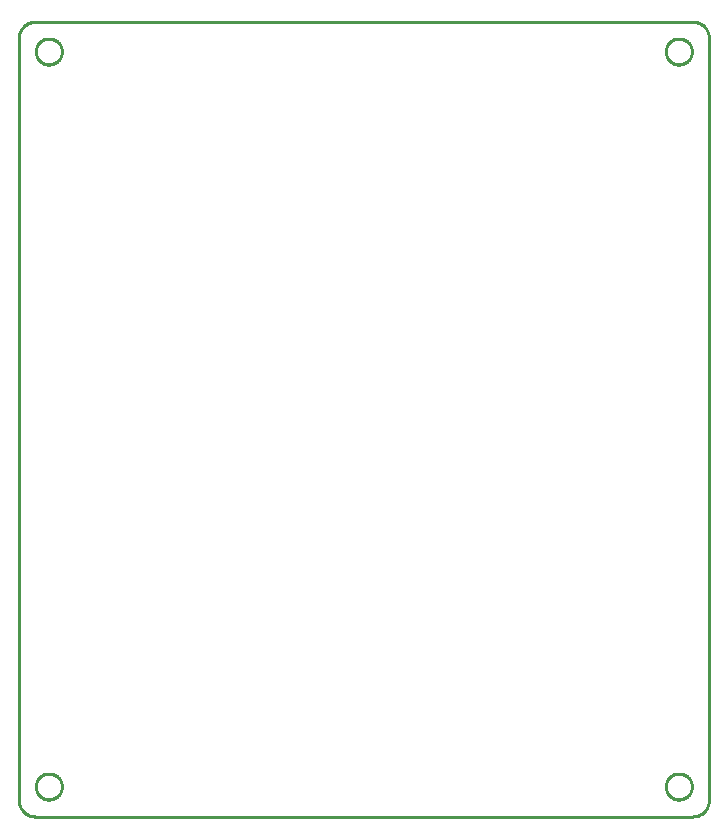
<source format=gbr>
G04 EAGLE Gerber RS-274X export*
G75*
%MOMM*%
%FSLAX34Y34*%
%LPD*%
%IN*%
%IPPOS*%
%AMOC8*
5,1,8,0,0,1.08239X$1,22.5*%
G01*
%ADD10C,0.254000*%


D10*
X0Y39370D02*
X53Y38152D01*
X212Y36944D01*
X476Y35754D01*
X843Y34592D01*
X1309Y33466D01*
X1872Y32385D01*
X2526Y31357D01*
X3268Y30390D01*
X4092Y29492D01*
X4990Y28668D01*
X5957Y27926D01*
X6985Y27272D01*
X8066Y26709D01*
X9192Y26243D01*
X10354Y25876D01*
X11544Y25612D01*
X12752Y25453D01*
X13970Y25400D01*
X570230Y25400D01*
X571448Y25453D01*
X572656Y25612D01*
X573846Y25876D01*
X575008Y26243D01*
X576134Y26709D01*
X577215Y27272D01*
X578243Y27926D01*
X579210Y28668D01*
X580108Y29492D01*
X580932Y30390D01*
X581674Y31357D01*
X582328Y32385D01*
X582891Y33466D01*
X583358Y34592D01*
X583724Y35754D01*
X583988Y36944D01*
X584147Y38152D01*
X584200Y39370D01*
X584200Y684530D01*
X584147Y685748D01*
X583988Y686956D01*
X583724Y688146D01*
X583358Y689308D01*
X582891Y690434D01*
X582328Y691515D01*
X581674Y692543D01*
X580932Y693510D01*
X580108Y694408D01*
X579210Y695232D01*
X578243Y695974D01*
X577215Y696628D01*
X576134Y697191D01*
X575008Y697658D01*
X573846Y698024D01*
X572656Y698288D01*
X571448Y698447D01*
X570230Y698500D01*
X13970Y698500D01*
X12752Y698447D01*
X11544Y698288D01*
X10354Y698024D01*
X9192Y697658D01*
X8066Y697191D01*
X6985Y696628D01*
X5957Y695974D01*
X4990Y695232D01*
X4092Y694408D01*
X3268Y693510D01*
X2526Y692543D01*
X1872Y691515D01*
X1309Y690434D01*
X843Y689308D01*
X476Y688146D01*
X212Y686956D01*
X53Y685748D01*
X0Y684530D01*
X0Y39370D01*
X36400Y50368D02*
X36332Y49506D01*
X36197Y48652D01*
X35995Y47812D01*
X35728Y46990D01*
X35397Y46191D01*
X35005Y45421D01*
X34553Y44684D01*
X34045Y43985D01*
X33484Y43327D01*
X32873Y42716D01*
X32215Y42155D01*
X31516Y41647D01*
X30779Y41195D01*
X30009Y40803D01*
X29210Y40472D01*
X28388Y40205D01*
X27548Y40003D01*
X26694Y39868D01*
X25832Y39800D01*
X24968Y39800D01*
X24106Y39868D01*
X23252Y40003D01*
X22412Y40205D01*
X21590Y40472D01*
X20791Y40803D01*
X20021Y41195D01*
X19284Y41647D01*
X18585Y42155D01*
X17927Y42716D01*
X17316Y43327D01*
X16755Y43985D01*
X16247Y44684D01*
X15795Y45421D01*
X15403Y46191D01*
X15072Y46990D01*
X14805Y47812D01*
X14603Y48652D01*
X14468Y49506D01*
X14400Y50368D01*
X14400Y51232D01*
X14468Y52094D01*
X14603Y52948D01*
X14805Y53788D01*
X15072Y54610D01*
X15403Y55409D01*
X15795Y56179D01*
X16247Y56916D01*
X16755Y57615D01*
X17316Y58273D01*
X17927Y58884D01*
X18585Y59445D01*
X19284Y59953D01*
X20021Y60405D01*
X20791Y60797D01*
X21590Y61128D01*
X22412Y61395D01*
X23252Y61597D01*
X24106Y61732D01*
X24968Y61800D01*
X25832Y61800D01*
X26694Y61732D01*
X27548Y61597D01*
X28388Y61395D01*
X29210Y61128D01*
X30009Y60797D01*
X30779Y60405D01*
X31516Y59953D01*
X32215Y59445D01*
X32873Y58884D01*
X33484Y58273D01*
X34045Y57615D01*
X34553Y56916D01*
X35005Y56179D01*
X35397Y55409D01*
X35728Y54610D01*
X35995Y53788D01*
X36197Y52948D01*
X36332Y52094D01*
X36400Y51232D01*
X36400Y50368D01*
X569800Y50368D02*
X569732Y49506D01*
X569597Y48652D01*
X569395Y47812D01*
X569128Y46990D01*
X568797Y46191D01*
X568405Y45421D01*
X567953Y44684D01*
X567445Y43985D01*
X566884Y43327D01*
X566273Y42716D01*
X565615Y42155D01*
X564916Y41647D01*
X564179Y41195D01*
X563409Y40803D01*
X562610Y40472D01*
X561788Y40205D01*
X560948Y40003D01*
X560094Y39868D01*
X559232Y39800D01*
X558368Y39800D01*
X557506Y39868D01*
X556652Y40003D01*
X555812Y40205D01*
X554990Y40472D01*
X554191Y40803D01*
X553421Y41195D01*
X552684Y41647D01*
X551985Y42155D01*
X551327Y42716D01*
X550716Y43327D01*
X550155Y43985D01*
X549647Y44684D01*
X549195Y45421D01*
X548803Y46191D01*
X548472Y46990D01*
X548205Y47812D01*
X548003Y48652D01*
X547868Y49506D01*
X547800Y50368D01*
X547800Y51232D01*
X547868Y52094D01*
X548003Y52948D01*
X548205Y53788D01*
X548472Y54610D01*
X548803Y55409D01*
X549195Y56179D01*
X549647Y56916D01*
X550155Y57615D01*
X550716Y58273D01*
X551327Y58884D01*
X551985Y59445D01*
X552684Y59953D01*
X553421Y60405D01*
X554191Y60797D01*
X554990Y61128D01*
X555812Y61395D01*
X556652Y61597D01*
X557506Y61732D01*
X558368Y61800D01*
X559232Y61800D01*
X560094Y61732D01*
X560948Y61597D01*
X561788Y61395D01*
X562610Y61128D01*
X563409Y60797D01*
X564179Y60405D01*
X564916Y59953D01*
X565615Y59445D01*
X566273Y58884D01*
X566884Y58273D01*
X567445Y57615D01*
X567953Y56916D01*
X568405Y56179D01*
X568797Y55409D01*
X569128Y54610D01*
X569395Y53788D01*
X569597Y52948D01*
X569732Y52094D01*
X569800Y51232D01*
X569800Y50368D01*
X569800Y672668D02*
X569732Y671806D01*
X569597Y670952D01*
X569395Y670112D01*
X569128Y669290D01*
X568797Y668491D01*
X568405Y667721D01*
X567953Y666984D01*
X567445Y666285D01*
X566884Y665627D01*
X566273Y665016D01*
X565615Y664455D01*
X564916Y663947D01*
X564179Y663495D01*
X563409Y663103D01*
X562610Y662772D01*
X561788Y662505D01*
X560948Y662303D01*
X560094Y662168D01*
X559232Y662100D01*
X558368Y662100D01*
X557506Y662168D01*
X556652Y662303D01*
X555812Y662505D01*
X554990Y662772D01*
X554191Y663103D01*
X553421Y663495D01*
X552684Y663947D01*
X551985Y664455D01*
X551327Y665016D01*
X550716Y665627D01*
X550155Y666285D01*
X549647Y666984D01*
X549195Y667721D01*
X548803Y668491D01*
X548472Y669290D01*
X548205Y670112D01*
X548003Y670952D01*
X547868Y671806D01*
X547800Y672668D01*
X547800Y673532D01*
X547868Y674394D01*
X548003Y675248D01*
X548205Y676088D01*
X548472Y676910D01*
X548803Y677709D01*
X549195Y678479D01*
X549647Y679216D01*
X550155Y679915D01*
X550716Y680573D01*
X551327Y681184D01*
X551985Y681745D01*
X552684Y682253D01*
X553421Y682705D01*
X554191Y683097D01*
X554990Y683428D01*
X555812Y683695D01*
X556652Y683897D01*
X557506Y684032D01*
X558368Y684100D01*
X559232Y684100D01*
X560094Y684032D01*
X560948Y683897D01*
X561788Y683695D01*
X562610Y683428D01*
X563409Y683097D01*
X564179Y682705D01*
X564916Y682253D01*
X565615Y681745D01*
X566273Y681184D01*
X566884Y680573D01*
X567445Y679915D01*
X567953Y679216D01*
X568405Y678479D01*
X568797Y677709D01*
X569128Y676910D01*
X569395Y676088D01*
X569597Y675248D01*
X569732Y674394D01*
X569800Y673532D01*
X569800Y672668D01*
X36400Y672668D02*
X36332Y671806D01*
X36197Y670952D01*
X35995Y670112D01*
X35728Y669290D01*
X35397Y668491D01*
X35005Y667721D01*
X34553Y666984D01*
X34045Y666285D01*
X33484Y665627D01*
X32873Y665016D01*
X32215Y664455D01*
X31516Y663947D01*
X30779Y663495D01*
X30009Y663103D01*
X29210Y662772D01*
X28388Y662505D01*
X27548Y662303D01*
X26694Y662168D01*
X25832Y662100D01*
X24968Y662100D01*
X24106Y662168D01*
X23252Y662303D01*
X22412Y662505D01*
X21590Y662772D01*
X20791Y663103D01*
X20021Y663495D01*
X19284Y663947D01*
X18585Y664455D01*
X17927Y665016D01*
X17316Y665627D01*
X16755Y666285D01*
X16247Y666984D01*
X15795Y667721D01*
X15403Y668491D01*
X15072Y669290D01*
X14805Y670112D01*
X14603Y670952D01*
X14468Y671806D01*
X14400Y672668D01*
X14400Y673532D01*
X14468Y674394D01*
X14603Y675248D01*
X14805Y676088D01*
X15072Y676910D01*
X15403Y677709D01*
X15795Y678479D01*
X16247Y679216D01*
X16755Y679915D01*
X17316Y680573D01*
X17927Y681184D01*
X18585Y681745D01*
X19284Y682253D01*
X20021Y682705D01*
X20791Y683097D01*
X21590Y683428D01*
X22412Y683695D01*
X23252Y683897D01*
X24106Y684032D01*
X24968Y684100D01*
X25832Y684100D01*
X26694Y684032D01*
X27548Y683897D01*
X28388Y683695D01*
X29210Y683428D01*
X30009Y683097D01*
X30779Y682705D01*
X31516Y682253D01*
X32215Y681745D01*
X32873Y681184D01*
X33484Y680573D01*
X34045Y679915D01*
X34553Y679216D01*
X35005Y678479D01*
X35397Y677709D01*
X35728Y676910D01*
X35995Y676088D01*
X36197Y675248D01*
X36332Y674394D01*
X36400Y673532D01*
X36400Y672668D01*
M02*

</source>
